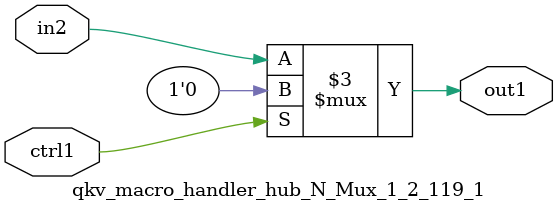
<source format=v>

`timescale 1ps / 1ps


module qkv_macro_handler_hub_N_Mux_1_2_119_1( in2, ctrl1, out1 );

    input in2;
    input ctrl1;
    output out1;
    reg out1;

    
    // rtl_process:qkv_macro_handler_hub_N_Mux_1_2_119_1/qkv_macro_handler_hub_N_Mux_1_2_119_1_thread_1
    always @*
      begin : qkv_macro_handler_hub_N_Mux_1_2_119_1_thread_1
        case (ctrl1) 
          1'b1: 
            begin
              out1 = 1'b0;
            end
          default: 
            begin
              out1 = in2;
            end
        endcase
      end

endmodule



</source>
